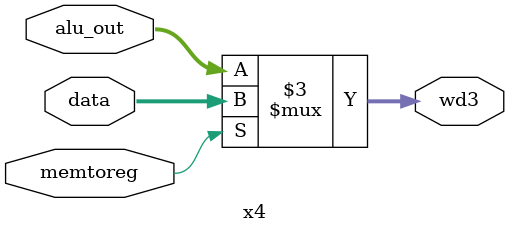
<source format=v>
module x4 (
    input memtoreg ,
    input [31:0] data ,
    input [31:0] alu_out ,
    output reg [31:0] wd3
);

    always @ (*) begin 
        if(memtoreg) begin 
            wd3 <= data ;
        end
        else begin 
            wd3 <= alu_out ;
        end
    end

endmodule
</source>
